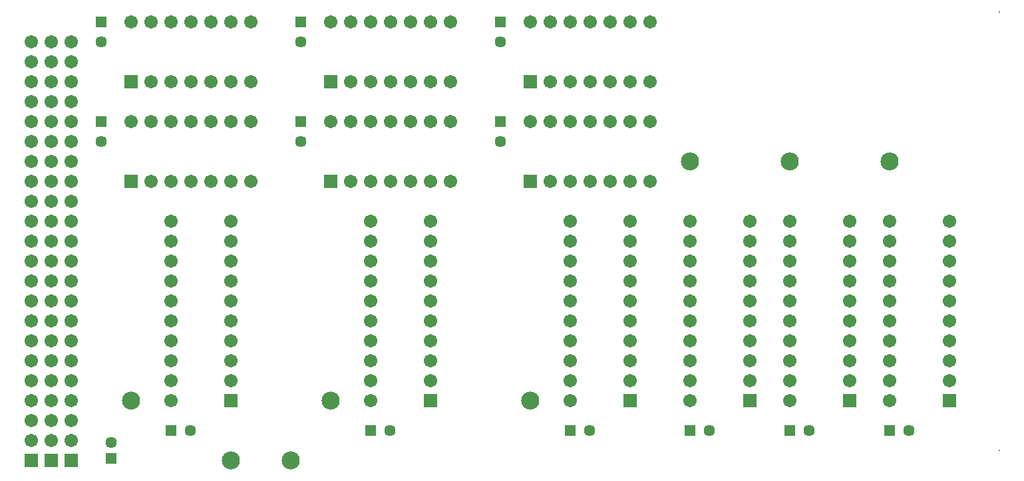
<source format=gts>
G04*
G04 #@! TF.GenerationSoftware,Altium Limited,Altium Designer,21.9.1 (22)*
G04*
G04 Layer_Color=8388736*
%FSLAX25Y25*%
%MOIN*%
G70*
G04*
G04 #@! TF.SameCoordinates,535E74F5-FE81-4067-B89D-05631C4F16FF*
G04*
G04*
G04 #@! TF.FilePolarity,Negative*
G04*
G01*
G75*
%ADD15C,0.09068*%
%ADD16R,0.06706X0.06706*%
%ADD17C,0.06706*%
%ADD18C,0.06706*%
%ADD19R,0.05721X0.05721*%
%ADD20C,0.05721*%
%ADD21R,0.05721X0.05721*%
%ADD22R,0.06706X0.06706*%
%ADD23R,0.06706X0.06706*%
%ADD24C,0.00800*%
D15*
X490000Y270000D02*
D03*
X540000D02*
D03*
X440000D02*
D03*
X210000Y120000D02*
D03*
X240000D02*
D03*
X360000Y150000D02*
D03*
X260000D02*
D03*
X160000D02*
D03*
D16*
X470000D02*
D03*
X210000D02*
D03*
X570000D02*
D03*
X520000D02*
D03*
X410000D02*
D03*
X310000D02*
D03*
D17*
X470000Y160000D02*
D03*
Y170000D02*
D03*
Y180000D02*
D03*
Y190000D02*
D03*
Y200000D02*
D03*
Y210000D02*
D03*
Y220000D02*
D03*
Y230000D02*
D03*
Y240000D02*
D03*
X440000Y150000D02*
D03*
Y170000D02*
D03*
Y180000D02*
D03*
Y190000D02*
D03*
Y200000D02*
D03*
Y210000D02*
D03*
Y220000D02*
D03*
Y230000D02*
D03*
Y240000D02*
D03*
X210000Y160000D02*
D03*
Y170000D02*
D03*
Y180000D02*
D03*
Y190000D02*
D03*
Y200000D02*
D03*
Y210000D02*
D03*
Y220000D02*
D03*
Y230000D02*
D03*
Y240000D02*
D03*
X180000Y150000D02*
D03*
Y170000D02*
D03*
Y180000D02*
D03*
Y190000D02*
D03*
Y200000D02*
D03*
Y210000D02*
D03*
Y220000D02*
D03*
Y230000D02*
D03*
Y240000D02*
D03*
X540000D02*
D03*
Y230000D02*
D03*
Y220000D02*
D03*
Y210000D02*
D03*
Y200000D02*
D03*
Y190000D02*
D03*
Y180000D02*
D03*
Y170000D02*
D03*
Y150000D02*
D03*
X570000Y240000D02*
D03*
Y230000D02*
D03*
Y220000D02*
D03*
Y210000D02*
D03*
Y200000D02*
D03*
Y190000D02*
D03*
Y180000D02*
D03*
Y170000D02*
D03*
Y160000D02*
D03*
X490000Y240000D02*
D03*
Y230000D02*
D03*
Y220000D02*
D03*
Y210000D02*
D03*
Y200000D02*
D03*
Y190000D02*
D03*
Y180000D02*
D03*
Y170000D02*
D03*
Y150000D02*
D03*
X520000Y240000D02*
D03*
Y230000D02*
D03*
Y220000D02*
D03*
Y210000D02*
D03*
Y200000D02*
D03*
Y190000D02*
D03*
Y180000D02*
D03*
Y170000D02*
D03*
Y160000D02*
D03*
X370000Y260000D02*
D03*
X380000D02*
D03*
X390000D02*
D03*
X400000D02*
D03*
X410000D02*
D03*
X420000D02*
D03*
X360000Y290000D02*
D03*
X370000D02*
D03*
X380000D02*
D03*
X390000D02*
D03*
X400000D02*
D03*
X410000D02*
D03*
X420000D02*
D03*
X380000Y240000D02*
D03*
Y230000D02*
D03*
Y220000D02*
D03*
Y210000D02*
D03*
Y200000D02*
D03*
Y190000D02*
D03*
Y180000D02*
D03*
Y170000D02*
D03*
Y150000D02*
D03*
X410000Y240000D02*
D03*
Y230000D02*
D03*
Y220000D02*
D03*
Y210000D02*
D03*
Y200000D02*
D03*
Y190000D02*
D03*
Y180000D02*
D03*
Y170000D02*
D03*
Y160000D02*
D03*
X370000Y310000D02*
D03*
X380000D02*
D03*
X390000D02*
D03*
X400000D02*
D03*
X410000D02*
D03*
X420000D02*
D03*
X360000Y340000D02*
D03*
X370000D02*
D03*
X380000D02*
D03*
X390000D02*
D03*
X400000D02*
D03*
X410000D02*
D03*
X420000D02*
D03*
X270000Y260000D02*
D03*
X280000D02*
D03*
X290000D02*
D03*
X300000D02*
D03*
X310000D02*
D03*
X320000D02*
D03*
X260000Y290000D02*
D03*
X270000D02*
D03*
X280000D02*
D03*
X290000D02*
D03*
X300000D02*
D03*
X310000D02*
D03*
X320000D02*
D03*
X280000Y240000D02*
D03*
Y230000D02*
D03*
Y220000D02*
D03*
Y210000D02*
D03*
Y200000D02*
D03*
Y190000D02*
D03*
Y180000D02*
D03*
Y170000D02*
D03*
Y150000D02*
D03*
X310000Y240000D02*
D03*
Y230000D02*
D03*
Y220000D02*
D03*
Y210000D02*
D03*
Y200000D02*
D03*
Y190000D02*
D03*
Y180000D02*
D03*
Y170000D02*
D03*
Y160000D02*
D03*
X270000Y310000D02*
D03*
X280000D02*
D03*
X290000D02*
D03*
X300000D02*
D03*
X310000D02*
D03*
X320000D02*
D03*
X260000Y340000D02*
D03*
X270000D02*
D03*
X280000D02*
D03*
X290000D02*
D03*
X300000D02*
D03*
X310000D02*
D03*
X320000D02*
D03*
X170000Y260000D02*
D03*
X180000D02*
D03*
X190000D02*
D03*
X200000D02*
D03*
X210000D02*
D03*
X220000D02*
D03*
X160000Y290000D02*
D03*
X170000D02*
D03*
X180000D02*
D03*
X190000D02*
D03*
X200000D02*
D03*
X210000D02*
D03*
X220000D02*
D03*
X170000Y310000D02*
D03*
X180000D02*
D03*
X190000D02*
D03*
X200000D02*
D03*
X210000D02*
D03*
X220000D02*
D03*
X160000Y340000D02*
D03*
X170000D02*
D03*
X180000D02*
D03*
X190000D02*
D03*
X200000D02*
D03*
X210000D02*
D03*
X220000D02*
D03*
D18*
X440000Y160000D02*
D03*
X120000Y130000D02*
D03*
Y140000D02*
D03*
Y150000D02*
D03*
Y160000D02*
D03*
Y170000D02*
D03*
Y180000D02*
D03*
Y190000D02*
D03*
Y200000D02*
D03*
Y210000D02*
D03*
Y220000D02*
D03*
Y230000D02*
D03*
Y240000D02*
D03*
Y250000D02*
D03*
Y260000D02*
D03*
Y270000D02*
D03*
Y280000D02*
D03*
Y290000D02*
D03*
Y300000D02*
D03*
Y310000D02*
D03*
Y320000D02*
D03*
Y330000D02*
D03*
X130000Y130000D02*
D03*
Y140000D02*
D03*
Y150000D02*
D03*
Y160000D02*
D03*
Y170000D02*
D03*
Y180000D02*
D03*
Y190000D02*
D03*
Y200000D02*
D03*
Y210000D02*
D03*
Y220000D02*
D03*
Y230000D02*
D03*
Y240000D02*
D03*
Y250000D02*
D03*
Y260000D02*
D03*
Y270000D02*
D03*
Y280000D02*
D03*
Y290000D02*
D03*
Y300000D02*
D03*
Y310000D02*
D03*
Y320000D02*
D03*
Y330000D02*
D03*
X180000Y160000D02*
D03*
X540000D02*
D03*
X490000D02*
D03*
X380000D02*
D03*
X280000D02*
D03*
X110000Y330000D02*
D03*
Y320000D02*
D03*
Y310000D02*
D03*
Y300000D02*
D03*
Y290000D02*
D03*
Y280000D02*
D03*
Y270000D02*
D03*
Y260000D02*
D03*
Y250000D02*
D03*
Y240000D02*
D03*
Y230000D02*
D03*
Y220000D02*
D03*
Y210000D02*
D03*
Y200000D02*
D03*
Y190000D02*
D03*
Y180000D02*
D03*
Y170000D02*
D03*
Y160000D02*
D03*
Y150000D02*
D03*
Y140000D02*
D03*
Y130000D02*
D03*
D19*
X150000Y121063D02*
D03*
X345000Y290000D02*
D03*
Y340000D02*
D03*
X245000D02*
D03*
Y290000D02*
D03*
X145000D02*
D03*
Y340000D02*
D03*
D20*
X150000Y128937D02*
D03*
X345000Y280157D02*
D03*
Y330157D02*
D03*
X245000D02*
D03*
Y280157D02*
D03*
X145000D02*
D03*
Y330157D02*
D03*
X189842Y135000D02*
D03*
X289843D02*
D03*
X389843D02*
D03*
X449843D02*
D03*
X499843D02*
D03*
X549843D02*
D03*
D21*
X180000D02*
D03*
X280000D02*
D03*
X380000D02*
D03*
X440000D02*
D03*
X490000D02*
D03*
X540000D02*
D03*
D22*
X120000Y120000D02*
D03*
X130000D02*
D03*
X110000D02*
D03*
D23*
X360000Y260000D02*
D03*
Y310000D02*
D03*
X260000Y260000D02*
D03*
Y310000D02*
D03*
X160000Y260000D02*
D03*
Y310000D02*
D03*
D24*
X595000Y125000D02*
D03*
Y345000D02*
D03*
M02*

</source>
